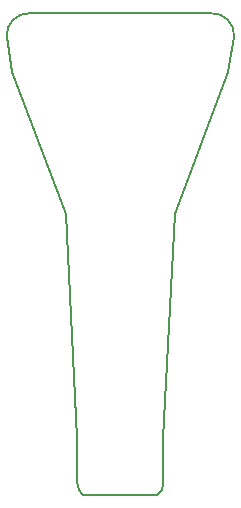
<source format=gbr>
G04 DipTrace 3.2.0.1*
G04 BoardOutline.gbr*
%MOIN*%
G04 #@! TF.FileFunction,Profile*
G04 #@! TF.Part,Single*
%ADD11C,0.005512*%
%FSLAX26Y26*%
G04*
G70*
G90*
G75*
G01*
G04 BoardOutline*
%LPD*%
X-384646Y748031D2*
D11*
G02X-305906Y826772I74147J4593D01*
G01*
X295276D1*
G02X374016Y748031I4593J-74147D01*
G01*
X354331Y629921D1*
X177165Y157480D1*
X137795Y-590551D1*
Y-740157D1*
G02X118110Y-779528I-45276J-1969D01*
G01*
X-130709D1*
G02X-148425Y-740157I35647J39712D01*
G01*
Y-590551D1*
X-187795Y157480D1*
X-364961Y629921D1*
X-384646Y748031D1*
M02*

</source>
